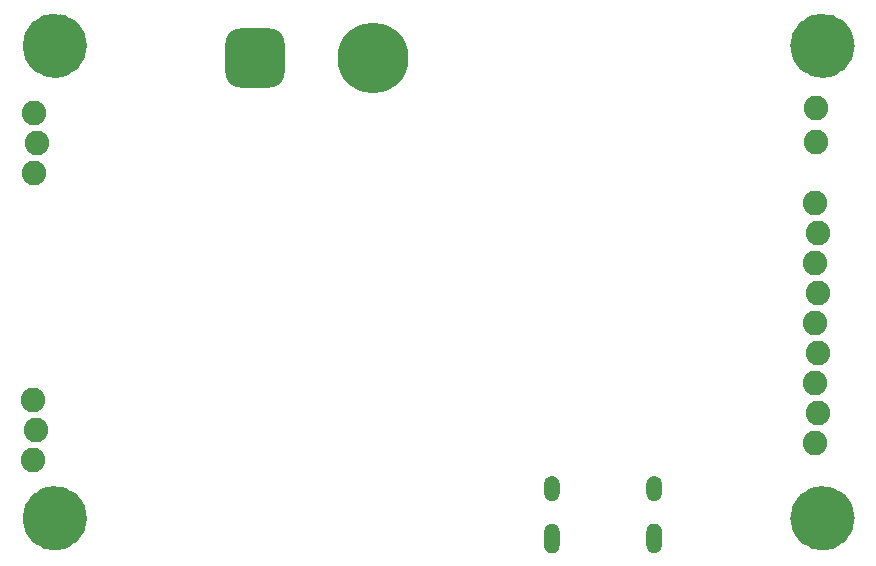
<source format=gbr>
%TF.GenerationSoftware,KiCad,Pcbnew,7.0.2*%
%TF.CreationDate,2023-10-03T18:08:59-04:00*%
%TF.ProjectId,mini_motor_go_V1_rev2,6d696e69-5f6d-46f7-946f-725f676f5f56,rev?*%
%TF.SameCoordinates,Original*%
%TF.FileFunction,Soldermask,Bot*%
%TF.FilePolarity,Negative*%
%FSLAX46Y46*%
G04 Gerber Fmt 4.6, Leading zero omitted, Abs format (unit mm)*
G04 Created by KiCad (PCBNEW 7.0.2) date 2023-10-03 18:08:59*
%MOMM*%
%LPD*%
G01*
G04 APERTURE LIST*
G04 Aperture macros list*
%AMRoundRect*
0 Rectangle with rounded corners*
0 $1 Rounding radius*
0 $2 $3 $4 $5 $6 $7 $8 $9 X,Y pos of 4 corners*
0 Add a 4 corners polygon primitive as box body*
4,1,4,$2,$3,$4,$5,$6,$7,$8,$9,$2,$3,0*
0 Add four circle primitives for the rounded corners*
1,1,$1+$1,$2,$3*
1,1,$1+$1,$4,$5*
1,1,$1+$1,$6,$7*
1,1,$1+$1,$8,$9*
0 Add four rect primitives between the rounded corners*
20,1,$1+$1,$2,$3,$4,$5,0*
20,1,$1+$1,$4,$5,$6,$7,0*
20,1,$1+$1,$6,$7,$8,$9,0*
20,1,$1+$1,$8,$9,$2,$3,0*%
G04 Aperture macros list end*
%ADD10C,2.750000*%
%ADD11C,0.010000*%
%ADD12C,2.082800*%
%ADD13RoundRect,1.250000X1.250000X1.250000X-1.250000X1.250000X-1.250000X-1.250000X1.250000X-1.250000X0*%
%ADD14C,6.000000*%
G04 APERTURE END LIST*
D10*
X119375000Y-53000000D02*
G75*
G03*
X119375000Y-53000000I-1375000J0D01*
G01*
X184375000Y-53000000D02*
G75*
G03*
X184375000Y-53000000I-1375000J0D01*
G01*
X119375000Y-93000000D02*
G75*
G03*
X119375000Y-93000000I-1375000J0D01*
G01*
X184375000Y-93000000D02*
G75*
G03*
X184375000Y-93000000I-1375000J0D01*
G01*
%TO.C,J11*%
D11*
X160084600Y-89451700D02*
X160116600Y-89453700D01*
X160147600Y-89457700D01*
X160178600Y-89463700D01*
X160208600Y-89470700D01*
X160238600Y-89479700D01*
X160268600Y-89490700D01*
X160297600Y-89502700D01*
X160325600Y-89515700D01*
X160353600Y-89530700D01*
X160380600Y-89547700D01*
X160406600Y-89565700D01*
X160431600Y-89584700D01*
X160454600Y-89604700D01*
X160477600Y-89626700D01*
X160499600Y-89649700D01*
X160519600Y-89672700D01*
X160538600Y-89697700D01*
X160556600Y-89723700D01*
X160573600Y-89750700D01*
X160588600Y-89778700D01*
X160601600Y-89806700D01*
X160613600Y-89835700D01*
X160624600Y-89865700D01*
X160633600Y-89895700D01*
X160640600Y-89925700D01*
X160646600Y-89956700D01*
X160650600Y-89987700D01*
X160652600Y-90019700D01*
X160653600Y-90050700D01*
X160653600Y-90850700D01*
X160652600Y-90881700D01*
X160650600Y-90913700D01*
X160646600Y-90944700D01*
X160640600Y-90975700D01*
X160633600Y-91005700D01*
X160624600Y-91035700D01*
X160613600Y-91065700D01*
X160601600Y-91094700D01*
X160588600Y-91122700D01*
X160573600Y-91150700D01*
X160556600Y-91177700D01*
X160538600Y-91203700D01*
X160519600Y-91228700D01*
X160499600Y-91251700D01*
X160477600Y-91274700D01*
X160454600Y-91296700D01*
X160431600Y-91316700D01*
X160406600Y-91335700D01*
X160380600Y-91353700D01*
X160353600Y-91370700D01*
X160325600Y-91385700D01*
X160297600Y-91398700D01*
X160268600Y-91410700D01*
X160238600Y-91421700D01*
X160208600Y-91430700D01*
X160178600Y-91437700D01*
X160147600Y-91443700D01*
X160116600Y-91447700D01*
X160084600Y-91449700D01*
X160053600Y-91450700D01*
X160022600Y-91449700D01*
X159990600Y-91447700D01*
X159959600Y-91443700D01*
X159928600Y-91437700D01*
X159898600Y-91430700D01*
X159868600Y-91421700D01*
X159838600Y-91410700D01*
X159809600Y-91398700D01*
X159781600Y-91385700D01*
X159753600Y-91370700D01*
X159726600Y-91353700D01*
X159700600Y-91335700D01*
X159675600Y-91316700D01*
X159652600Y-91296700D01*
X159629600Y-91274700D01*
X159607600Y-91251700D01*
X159587600Y-91228700D01*
X159568600Y-91203700D01*
X159550600Y-91177700D01*
X159533600Y-91150700D01*
X159518600Y-91122700D01*
X159505600Y-91094700D01*
X159493600Y-91065700D01*
X159482600Y-91035700D01*
X159473600Y-91005700D01*
X159466600Y-90975700D01*
X159460600Y-90944700D01*
X159456600Y-90913700D01*
X159454600Y-90881700D01*
X159453600Y-90850700D01*
X159453600Y-90050700D01*
X159454600Y-90019700D01*
X159456600Y-89987700D01*
X159460600Y-89956700D01*
X159466600Y-89925700D01*
X159473600Y-89895700D01*
X159482600Y-89865700D01*
X159493600Y-89835700D01*
X159505600Y-89806700D01*
X159518600Y-89778700D01*
X159533600Y-89750700D01*
X159550600Y-89723700D01*
X159568600Y-89697700D01*
X159587600Y-89672700D01*
X159607600Y-89649700D01*
X159629600Y-89626700D01*
X159652600Y-89604700D01*
X159675600Y-89584700D01*
X159700600Y-89565700D01*
X159726600Y-89547700D01*
X159753600Y-89530700D01*
X159781600Y-89515700D01*
X159809600Y-89502700D01*
X159838600Y-89490700D01*
X159868600Y-89479700D01*
X159898600Y-89470700D01*
X159928600Y-89463700D01*
X159959600Y-89457700D01*
X159990600Y-89453700D01*
X160022600Y-89451700D01*
X160053600Y-89450700D01*
X160084600Y-89451700D01*
G36*
X160084600Y-89451700D02*
G01*
X160116600Y-89453700D01*
X160147600Y-89457700D01*
X160178600Y-89463700D01*
X160208600Y-89470700D01*
X160238600Y-89479700D01*
X160268600Y-89490700D01*
X160297600Y-89502700D01*
X160325600Y-89515700D01*
X160353600Y-89530700D01*
X160380600Y-89547700D01*
X160406600Y-89565700D01*
X160431600Y-89584700D01*
X160454600Y-89604700D01*
X160477600Y-89626700D01*
X160499600Y-89649700D01*
X160519600Y-89672700D01*
X160538600Y-89697700D01*
X160556600Y-89723700D01*
X160573600Y-89750700D01*
X160588600Y-89778700D01*
X160601600Y-89806700D01*
X160613600Y-89835700D01*
X160624600Y-89865700D01*
X160633600Y-89895700D01*
X160640600Y-89925700D01*
X160646600Y-89956700D01*
X160650600Y-89987700D01*
X160652600Y-90019700D01*
X160653600Y-90050700D01*
X160653600Y-90850700D01*
X160652600Y-90881700D01*
X160650600Y-90913700D01*
X160646600Y-90944700D01*
X160640600Y-90975700D01*
X160633600Y-91005700D01*
X160624600Y-91035700D01*
X160613600Y-91065700D01*
X160601600Y-91094700D01*
X160588600Y-91122700D01*
X160573600Y-91150700D01*
X160556600Y-91177700D01*
X160538600Y-91203700D01*
X160519600Y-91228700D01*
X160499600Y-91251700D01*
X160477600Y-91274700D01*
X160454600Y-91296700D01*
X160431600Y-91316700D01*
X160406600Y-91335700D01*
X160380600Y-91353700D01*
X160353600Y-91370700D01*
X160325600Y-91385700D01*
X160297600Y-91398700D01*
X160268600Y-91410700D01*
X160238600Y-91421700D01*
X160208600Y-91430700D01*
X160178600Y-91437700D01*
X160147600Y-91443700D01*
X160116600Y-91447700D01*
X160084600Y-91449700D01*
X160053600Y-91450700D01*
X160022600Y-91449700D01*
X159990600Y-91447700D01*
X159959600Y-91443700D01*
X159928600Y-91437700D01*
X159898600Y-91430700D01*
X159868600Y-91421700D01*
X159838600Y-91410700D01*
X159809600Y-91398700D01*
X159781600Y-91385700D01*
X159753600Y-91370700D01*
X159726600Y-91353700D01*
X159700600Y-91335700D01*
X159675600Y-91316700D01*
X159652600Y-91296700D01*
X159629600Y-91274700D01*
X159607600Y-91251700D01*
X159587600Y-91228700D01*
X159568600Y-91203700D01*
X159550600Y-91177700D01*
X159533600Y-91150700D01*
X159518600Y-91122700D01*
X159505600Y-91094700D01*
X159493600Y-91065700D01*
X159482600Y-91035700D01*
X159473600Y-91005700D01*
X159466600Y-90975700D01*
X159460600Y-90944700D01*
X159456600Y-90913700D01*
X159454600Y-90881700D01*
X159453600Y-90850700D01*
X159453600Y-90050700D01*
X159454600Y-90019700D01*
X159456600Y-89987700D01*
X159460600Y-89956700D01*
X159466600Y-89925700D01*
X159473600Y-89895700D01*
X159482600Y-89865700D01*
X159493600Y-89835700D01*
X159505600Y-89806700D01*
X159518600Y-89778700D01*
X159533600Y-89750700D01*
X159550600Y-89723700D01*
X159568600Y-89697700D01*
X159587600Y-89672700D01*
X159607600Y-89649700D01*
X159629600Y-89626700D01*
X159652600Y-89604700D01*
X159675600Y-89584700D01*
X159700600Y-89565700D01*
X159726600Y-89547700D01*
X159753600Y-89530700D01*
X159781600Y-89515700D01*
X159809600Y-89502700D01*
X159838600Y-89490700D01*
X159868600Y-89479700D01*
X159898600Y-89470700D01*
X159928600Y-89463700D01*
X159959600Y-89457700D01*
X159990600Y-89453700D01*
X160022600Y-89451700D01*
X160053600Y-89450700D01*
X160084600Y-89451700D01*
G37*
X160084600Y-93501700D02*
X160116600Y-93503700D01*
X160147600Y-93507700D01*
X160178600Y-93513700D01*
X160208600Y-93520700D01*
X160238600Y-93529700D01*
X160268600Y-93540700D01*
X160297600Y-93552700D01*
X160325600Y-93565700D01*
X160353600Y-93580700D01*
X160380600Y-93597700D01*
X160406600Y-93615700D01*
X160431600Y-93634700D01*
X160454600Y-93654700D01*
X160477600Y-93676700D01*
X160499600Y-93699700D01*
X160519600Y-93722700D01*
X160538600Y-93747700D01*
X160556600Y-93773700D01*
X160573600Y-93800700D01*
X160588600Y-93828700D01*
X160601600Y-93856700D01*
X160613600Y-93885700D01*
X160624600Y-93915700D01*
X160633600Y-93945700D01*
X160640600Y-93975700D01*
X160646600Y-94006700D01*
X160650600Y-94037700D01*
X160652600Y-94069700D01*
X160653600Y-94100700D01*
X160653600Y-95300700D01*
X160652600Y-95331700D01*
X160650600Y-95363700D01*
X160646600Y-95394700D01*
X160640600Y-95425700D01*
X160633600Y-95455700D01*
X160624600Y-95485700D01*
X160613600Y-95515700D01*
X160601600Y-95544700D01*
X160588600Y-95572700D01*
X160573600Y-95600700D01*
X160556600Y-95627700D01*
X160538600Y-95653700D01*
X160519600Y-95678700D01*
X160499600Y-95701700D01*
X160477600Y-95724700D01*
X160454600Y-95746700D01*
X160431600Y-95766700D01*
X160406600Y-95785700D01*
X160380600Y-95803700D01*
X160353600Y-95820700D01*
X160325600Y-95835700D01*
X160297600Y-95848700D01*
X160268600Y-95860700D01*
X160238600Y-95871700D01*
X160208600Y-95880700D01*
X160178600Y-95887700D01*
X160147600Y-95893700D01*
X160116600Y-95897700D01*
X160084600Y-95899700D01*
X160053600Y-95900700D01*
X160022600Y-95899700D01*
X159990600Y-95897700D01*
X159959600Y-95893700D01*
X159928600Y-95887700D01*
X159898600Y-95880700D01*
X159868600Y-95871700D01*
X159838600Y-95860700D01*
X159809600Y-95848700D01*
X159781600Y-95835700D01*
X159753600Y-95820700D01*
X159726600Y-95803700D01*
X159700600Y-95785700D01*
X159675600Y-95766700D01*
X159652600Y-95746700D01*
X159629600Y-95724700D01*
X159607600Y-95701700D01*
X159587600Y-95678700D01*
X159568600Y-95653700D01*
X159550600Y-95627700D01*
X159533600Y-95600700D01*
X159518600Y-95572700D01*
X159505600Y-95544700D01*
X159493600Y-95515700D01*
X159482600Y-95485700D01*
X159473600Y-95455700D01*
X159466600Y-95425700D01*
X159460600Y-95394700D01*
X159456600Y-95363700D01*
X159454600Y-95331700D01*
X159453600Y-95300700D01*
X159453600Y-94100700D01*
X159454600Y-94069700D01*
X159456600Y-94037700D01*
X159460600Y-94006700D01*
X159466600Y-93975700D01*
X159473600Y-93945700D01*
X159482600Y-93915700D01*
X159493600Y-93885700D01*
X159505600Y-93856700D01*
X159518600Y-93828700D01*
X159533600Y-93800700D01*
X159550600Y-93773700D01*
X159568600Y-93747700D01*
X159587600Y-93722700D01*
X159607600Y-93699700D01*
X159629600Y-93676700D01*
X159652600Y-93654700D01*
X159675600Y-93634700D01*
X159700600Y-93615700D01*
X159726600Y-93597700D01*
X159753600Y-93580700D01*
X159781600Y-93565700D01*
X159809600Y-93552700D01*
X159838600Y-93540700D01*
X159868600Y-93529700D01*
X159898600Y-93520700D01*
X159928600Y-93513700D01*
X159959600Y-93507700D01*
X159990600Y-93503700D01*
X160022600Y-93501700D01*
X160053600Y-93500700D01*
X160084600Y-93501700D01*
G36*
X160084600Y-93501700D02*
G01*
X160116600Y-93503700D01*
X160147600Y-93507700D01*
X160178600Y-93513700D01*
X160208600Y-93520700D01*
X160238600Y-93529700D01*
X160268600Y-93540700D01*
X160297600Y-93552700D01*
X160325600Y-93565700D01*
X160353600Y-93580700D01*
X160380600Y-93597700D01*
X160406600Y-93615700D01*
X160431600Y-93634700D01*
X160454600Y-93654700D01*
X160477600Y-93676700D01*
X160499600Y-93699700D01*
X160519600Y-93722700D01*
X160538600Y-93747700D01*
X160556600Y-93773700D01*
X160573600Y-93800700D01*
X160588600Y-93828700D01*
X160601600Y-93856700D01*
X160613600Y-93885700D01*
X160624600Y-93915700D01*
X160633600Y-93945700D01*
X160640600Y-93975700D01*
X160646600Y-94006700D01*
X160650600Y-94037700D01*
X160652600Y-94069700D01*
X160653600Y-94100700D01*
X160653600Y-95300700D01*
X160652600Y-95331700D01*
X160650600Y-95363700D01*
X160646600Y-95394700D01*
X160640600Y-95425700D01*
X160633600Y-95455700D01*
X160624600Y-95485700D01*
X160613600Y-95515700D01*
X160601600Y-95544700D01*
X160588600Y-95572700D01*
X160573600Y-95600700D01*
X160556600Y-95627700D01*
X160538600Y-95653700D01*
X160519600Y-95678700D01*
X160499600Y-95701700D01*
X160477600Y-95724700D01*
X160454600Y-95746700D01*
X160431600Y-95766700D01*
X160406600Y-95785700D01*
X160380600Y-95803700D01*
X160353600Y-95820700D01*
X160325600Y-95835700D01*
X160297600Y-95848700D01*
X160268600Y-95860700D01*
X160238600Y-95871700D01*
X160208600Y-95880700D01*
X160178600Y-95887700D01*
X160147600Y-95893700D01*
X160116600Y-95897700D01*
X160084600Y-95899700D01*
X160053600Y-95900700D01*
X160022600Y-95899700D01*
X159990600Y-95897700D01*
X159959600Y-95893700D01*
X159928600Y-95887700D01*
X159898600Y-95880700D01*
X159868600Y-95871700D01*
X159838600Y-95860700D01*
X159809600Y-95848700D01*
X159781600Y-95835700D01*
X159753600Y-95820700D01*
X159726600Y-95803700D01*
X159700600Y-95785700D01*
X159675600Y-95766700D01*
X159652600Y-95746700D01*
X159629600Y-95724700D01*
X159607600Y-95701700D01*
X159587600Y-95678700D01*
X159568600Y-95653700D01*
X159550600Y-95627700D01*
X159533600Y-95600700D01*
X159518600Y-95572700D01*
X159505600Y-95544700D01*
X159493600Y-95515700D01*
X159482600Y-95485700D01*
X159473600Y-95455700D01*
X159466600Y-95425700D01*
X159460600Y-95394700D01*
X159456600Y-95363700D01*
X159454600Y-95331700D01*
X159453600Y-95300700D01*
X159453600Y-94100700D01*
X159454600Y-94069700D01*
X159456600Y-94037700D01*
X159460600Y-94006700D01*
X159466600Y-93975700D01*
X159473600Y-93945700D01*
X159482600Y-93915700D01*
X159493600Y-93885700D01*
X159505600Y-93856700D01*
X159518600Y-93828700D01*
X159533600Y-93800700D01*
X159550600Y-93773700D01*
X159568600Y-93747700D01*
X159587600Y-93722700D01*
X159607600Y-93699700D01*
X159629600Y-93676700D01*
X159652600Y-93654700D01*
X159675600Y-93634700D01*
X159700600Y-93615700D01*
X159726600Y-93597700D01*
X159753600Y-93580700D01*
X159781600Y-93565700D01*
X159809600Y-93552700D01*
X159838600Y-93540700D01*
X159868600Y-93529700D01*
X159898600Y-93520700D01*
X159928600Y-93513700D01*
X159959600Y-93507700D01*
X159990600Y-93503700D01*
X160022600Y-93501700D01*
X160053600Y-93500700D01*
X160084600Y-93501700D01*
G37*
X168734600Y-89451700D02*
X168766600Y-89453700D01*
X168797600Y-89457700D01*
X168828600Y-89463700D01*
X168858600Y-89470700D01*
X168888600Y-89479700D01*
X168918600Y-89490700D01*
X168947600Y-89502700D01*
X168975600Y-89515700D01*
X169003600Y-89530700D01*
X169030600Y-89547700D01*
X169056600Y-89565700D01*
X169081600Y-89584700D01*
X169104600Y-89604700D01*
X169127600Y-89626700D01*
X169149600Y-89649700D01*
X169169600Y-89672700D01*
X169188600Y-89697700D01*
X169206600Y-89723700D01*
X169223600Y-89750700D01*
X169238600Y-89778700D01*
X169251600Y-89806700D01*
X169263600Y-89835700D01*
X169274600Y-89865700D01*
X169283600Y-89895700D01*
X169290600Y-89925700D01*
X169296600Y-89956700D01*
X169300600Y-89987700D01*
X169302600Y-90019700D01*
X169303600Y-90050700D01*
X169303600Y-90850700D01*
X169302600Y-90881700D01*
X169300600Y-90913700D01*
X169296600Y-90944700D01*
X169290600Y-90975700D01*
X169283600Y-91005700D01*
X169274600Y-91035700D01*
X169263600Y-91065700D01*
X169251600Y-91094700D01*
X169238600Y-91122700D01*
X169223600Y-91150700D01*
X169206600Y-91177700D01*
X169188600Y-91203700D01*
X169169600Y-91228700D01*
X169149600Y-91251700D01*
X169127600Y-91274700D01*
X169104600Y-91296700D01*
X169081600Y-91316700D01*
X169056600Y-91335700D01*
X169030600Y-91353700D01*
X169003600Y-91370700D01*
X168975600Y-91385700D01*
X168947600Y-91398700D01*
X168918600Y-91410700D01*
X168888600Y-91421700D01*
X168858600Y-91430700D01*
X168828600Y-91437700D01*
X168797600Y-91443700D01*
X168766600Y-91447700D01*
X168734600Y-91449700D01*
X168703600Y-91450700D01*
X168672600Y-91449700D01*
X168640600Y-91447700D01*
X168609600Y-91443700D01*
X168578600Y-91437700D01*
X168548600Y-91430700D01*
X168518600Y-91421700D01*
X168488600Y-91410700D01*
X168459600Y-91398700D01*
X168431600Y-91385700D01*
X168403600Y-91370700D01*
X168376600Y-91353700D01*
X168350600Y-91335700D01*
X168325600Y-91316700D01*
X168302600Y-91296700D01*
X168279600Y-91274700D01*
X168257600Y-91251700D01*
X168237600Y-91228700D01*
X168218600Y-91203700D01*
X168200600Y-91177700D01*
X168183600Y-91150700D01*
X168168600Y-91122700D01*
X168155600Y-91094700D01*
X168143600Y-91065700D01*
X168132600Y-91035700D01*
X168123600Y-91005700D01*
X168116600Y-90975700D01*
X168110600Y-90944700D01*
X168106600Y-90913700D01*
X168104600Y-90881700D01*
X168103600Y-90850700D01*
X168103600Y-90050700D01*
X168104600Y-90019700D01*
X168106600Y-89987700D01*
X168110600Y-89956700D01*
X168116600Y-89925700D01*
X168123600Y-89895700D01*
X168132600Y-89865700D01*
X168143600Y-89835700D01*
X168155600Y-89806700D01*
X168168600Y-89778700D01*
X168183600Y-89750700D01*
X168200600Y-89723700D01*
X168218600Y-89697700D01*
X168237600Y-89672700D01*
X168257600Y-89649700D01*
X168279600Y-89626700D01*
X168302600Y-89604700D01*
X168325600Y-89584700D01*
X168350600Y-89565700D01*
X168376600Y-89547700D01*
X168403600Y-89530700D01*
X168431600Y-89515700D01*
X168459600Y-89502700D01*
X168488600Y-89490700D01*
X168518600Y-89479700D01*
X168548600Y-89470700D01*
X168578600Y-89463700D01*
X168609600Y-89457700D01*
X168640600Y-89453700D01*
X168672600Y-89451700D01*
X168703600Y-89450700D01*
X168734600Y-89451700D01*
G36*
X168734600Y-89451700D02*
G01*
X168766600Y-89453700D01*
X168797600Y-89457700D01*
X168828600Y-89463700D01*
X168858600Y-89470700D01*
X168888600Y-89479700D01*
X168918600Y-89490700D01*
X168947600Y-89502700D01*
X168975600Y-89515700D01*
X169003600Y-89530700D01*
X169030600Y-89547700D01*
X169056600Y-89565700D01*
X169081600Y-89584700D01*
X169104600Y-89604700D01*
X169127600Y-89626700D01*
X169149600Y-89649700D01*
X169169600Y-89672700D01*
X169188600Y-89697700D01*
X169206600Y-89723700D01*
X169223600Y-89750700D01*
X169238600Y-89778700D01*
X169251600Y-89806700D01*
X169263600Y-89835700D01*
X169274600Y-89865700D01*
X169283600Y-89895700D01*
X169290600Y-89925700D01*
X169296600Y-89956700D01*
X169300600Y-89987700D01*
X169302600Y-90019700D01*
X169303600Y-90050700D01*
X169303600Y-90850700D01*
X169302600Y-90881700D01*
X169300600Y-90913700D01*
X169296600Y-90944700D01*
X169290600Y-90975700D01*
X169283600Y-91005700D01*
X169274600Y-91035700D01*
X169263600Y-91065700D01*
X169251600Y-91094700D01*
X169238600Y-91122700D01*
X169223600Y-91150700D01*
X169206600Y-91177700D01*
X169188600Y-91203700D01*
X169169600Y-91228700D01*
X169149600Y-91251700D01*
X169127600Y-91274700D01*
X169104600Y-91296700D01*
X169081600Y-91316700D01*
X169056600Y-91335700D01*
X169030600Y-91353700D01*
X169003600Y-91370700D01*
X168975600Y-91385700D01*
X168947600Y-91398700D01*
X168918600Y-91410700D01*
X168888600Y-91421700D01*
X168858600Y-91430700D01*
X168828600Y-91437700D01*
X168797600Y-91443700D01*
X168766600Y-91447700D01*
X168734600Y-91449700D01*
X168703600Y-91450700D01*
X168672600Y-91449700D01*
X168640600Y-91447700D01*
X168609600Y-91443700D01*
X168578600Y-91437700D01*
X168548600Y-91430700D01*
X168518600Y-91421700D01*
X168488600Y-91410700D01*
X168459600Y-91398700D01*
X168431600Y-91385700D01*
X168403600Y-91370700D01*
X168376600Y-91353700D01*
X168350600Y-91335700D01*
X168325600Y-91316700D01*
X168302600Y-91296700D01*
X168279600Y-91274700D01*
X168257600Y-91251700D01*
X168237600Y-91228700D01*
X168218600Y-91203700D01*
X168200600Y-91177700D01*
X168183600Y-91150700D01*
X168168600Y-91122700D01*
X168155600Y-91094700D01*
X168143600Y-91065700D01*
X168132600Y-91035700D01*
X168123600Y-91005700D01*
X168116600Y-90975700D01*
X168110600Y-90944700D01*
X168106600Y-90913700D01*
X168104600Y-90881700D01*
X168103600Y-90850700D01*
X168103600Y-90050700D01*
X168104600Y-90019700D01*
X168106600Y-89987700D01*
X168110600Y-89956700D01*
X168116600Y-89925700D01*
X168123600Y-89895700D01*
X168132600Y-89865700D01*
X168143600Y-89835700D01*
X168155600Y-89806700D01*
X168168600Y-89778700D01*
X168183600Y-89750700D01*
X168200600Y-89723700D01*
X168218600Y-89697700D01*
X168237600Y-89672700D01*
X168257600Y-89649700D01*
X168279600Y-89626700D01*
X168302600Y-89604700D01*
X168325600Y-89584700D01*
X168350600Y-89565700D01*
X168376600Y-89547700D01*
X168403600Y-89530700D01*
X168431600Y-89515700D01*
X168459600Y-89502700D01*
X168488600Y-89490700D01*
X168518600Y-89479700D01*
X168548600Y-89470700D01*
X168578600Y-89463700D01*
X168609600Y-89457700D01*
X168640600Y-89453700D01*
X168672600Y-89451700D01*
X168703600Y-89450700D01*
X168734600Y-89451700D01*
G37*
X168734600Y-93451700D02*
X168766600Y-93453700D01*
X168797600Y-93457700D01*
X168828600Y-93463700D01*
X168858600Y-93470700D01*
X168888600Y-93479700D01*
X168918600Y-93490700D01*
X168947600Y-93502700D01*
X168975600Y-93515700D01*
X169003600Y-93530700D01*
X169030600Y-93547700D01*
X169056600Y-93565700D01*
X169081600Y-93584700D01*
X169104600Y-93604700D01*
X169127600Y-93626700D01*
X169149600Y-93649700D01*
X169169600Y-93672700D01*
X169188600Y-93697700D01*
X169206600Y-93723700D01*
X169223600Y-93750700D01*
X169238600Y-93778700D01*
X169251600Y-93806700D01*
X169263600Y-93835700D01*
X169274600Y-93865700D01*
X169283600Y-93895700D01*
X169290600Y-93925700D01*
X169296600Y-93956700D01*
X169300600Y-93987700D01*
X169302600Y-94019700D01*
X169303600Y-94050700D01*
X169303600Y-95250700D01*
X169302600Y-95281700D01*
X169300600Y-95313700D01*
X169296600Y-95344700D01*
X169290600Y-95375700D01*
X169283600Y-95405700D01*
X169274600Y-95435700D01*
X169263600Y-95465700D01*
X169251600Y-95494700D01*
X169238600Y-95522700D01*
X169223600Y-95550700D01*
X169206600Y-95577700D01*
X169188600Y-95603700D01*
X169169600Y-95628700D01*
X169149600Y-95651700D01*
X169127600Y-95674700D01*
X169104600Y-95696700D01*
X169081600Y-95716700D01*
X169056600Y-95735700D01*
X169030600Y-95753700D01*
X169003600Y-95770700D01*
X168975600Y-95785700D01*
X168947600Y-95798700D01*
X168918600Y-95810700D01*
X168888600Y-95821700D01*
X168858600Y-95830700D01*
X168828600Y-95837700D01*
X168797600Y-95843700D01*
X168766600Y-95847700D01*
X168734600Y-95849700D01*
X168703600Y-95850700D01*
X168672600Y-95849700D01*
X168640600Y-95847700D01*
X168609600Y-95843700D01*
X168578600Y-95837700D01*
X168548600Y-95830700D01*
X168518600Y-95821700D01*
X168488600Y-95810700D01*
X168459600Y-95798700D01*
X168431600Y-95785700D01*
X168403600Y-95770700D01*
X168376600Y-95753700D01*
X168350600Y-95735700D01*
X168325600Y-95716700D01*
X168302600Y-95696700D01*
X168279600Y-95674700D01*
X168257600Y-95651700D01*
X168237600Y-95628700D01*
X168218600Y-95603700D01*
X168200600Y-95577700D01*
X168183600Y-95550700D01*
X168168600Y-95522700D01*
X168155600Y-95494700D01*
X168143600Y-95465700D01*
X168132600Y-95435700D01*
X168123600Y-95405700D01*
X168116600Y-95375700D01*
X168110600Y-95344700D01*
X168106600Y-95313700D01*
X168104600Y-95281700D01*
X168103600Y-95250700D01*
X168103600Y-94050700D01*
X168104600Y-94019700D01*
X168106600Y-93987700D01*
X168110600Y-93956700D01*
X168116600Y-93925700D01*
X168123600Y-93895700D01*
X168132600Y-93865700D01*
X168143600Y-93835700D01*
X168155600Y-93806700D01*
X168168600Y-93778700D01*
X168183600Y-93750700D01*
X168200600Y-93723700D01*
X168218600Y-93697700D01*
X168237600Y-93672700D01*
X168257600Y-93649700D01*
X168279600Y-93626700D01*
X168302600Y-93604700D01*
X168325600Y-93584700D01*
X168350600Y-93565700D01*
X168376600Y-93547700D01*
X168403600Y-93530700D01*
X168431600Y-93515700D01*
X168459600Y-93502700D01*
X168488600Y-93490700D01*
X168518600Y-93479700D01*
X168548600Y-93470700D01*
X168578600Y-93463700D01*
X168609600Y-93457700D01*
X168640600Y-93453700D01*
X168672600Y-93451700D01*
X168703600Y-93450700D01*
X168734600Y-93451700D01*
G36*
X168734600Y-93451700D02*
G01*
X168766600Y-93453700D01*
X168797600Y-93457700D01*
X168828600Y-93463700D01*
X168858600Y-93470700D01*
X168888600Y-93479700D01*
X168918600Y-93490700D01*
X168947600Y-93502700D01*
X168975600Y-93515700D01*
X169003600Y-93530700D01*
X169030600Y-93547700D01*
X169056600Y-93565700D01*
X169081600Y-93584700D01*
X169104600Y-93604700D01*
X169127600Y-93626700D01*
X169149600Y-93649700D01*
X169169600Y-93672700D01*
X169188600Y-93697700D01*
X169206600Y-93723700D01*
X169223600Y-93750700D01*
X169238600Y-93778700D01*
X169251600Y-93806700D01*
X169263600Y-93835700D01*
X169274600Y-93865700D01*
X169283600Y-93895700D01*
X169290600Y-93925700D01*
X169296600Y-93956700D01*
X169300600Y-93987700D01*
X169302600Y-94019700D01*
X169303600Y-94050700D01*
X169303600Y-95250700D01*
X169302600Y-95281700D01*
X169300600Y-95313700D01*
X169296600Y-95344700D01*
X169290600Y-95375700D01*
X169283600Y-95405700D01*
X169274600Y-95435700D01*
X169263600Y-95465700D01*
X169251600Y-95494700D01*
X169238600Y-95522700D01*
X169223600Y-95550700D01*
X169206600Y-95577700D01*
X169188600Y-95603700D01*
X169169600Y-95628700D01*
X169149600Y-95651700D01*
X169127600Y-95674700D01*
X169104600Y-95696700D01*
X169081600Y-95716700D01*
X169056600Y-95735700D01*
X169030600Y-95753700D01*
X169003600Y-95770700D01*
X168975600Y-95785700D01*
X168947600Y-95798700D01*
X168918600Y-95810700D01*
X168888600Y-95821700D01*
X168858600Y-95830700D01*
X168828600Y-95837700D01*
X168797600Y-95843700D01*
X168766600Y-95847700D01*
X168734600Y-95849700D01*
X168703600Y-95850700D01*
X168672600Y-95849700D01*
X168640600Y-95847700D01*
X168609600Y-95843700D01*
X168578600Y-95837700D01*
X168548600Y-95830700D01*
X168518600Y-95821700D01*
X168488600Y-95810700D01*
X168459600Y-95798700D01*
X168431600Y-95785700D01*
X168403600Y-95770700D01*
X168376600Y-95753700D01*
X168350600Y-95735700D01*
X168325600Y-95716700D01*
X168302600Y-95696700D01*
X168279600Y-95674700D01*
X168257600Y-95651700D01*
X168237600Y-95628700D01*
X168218600Y-95603700D01*
X168200600Y-95577700D01*
X168183600Y-95550700D01*
X168168600Y-95522700D01*
X168155600Y-95494700D01*
X168143600Y-95465700D01*
X168132600Y-95435700D01*
X168123600Y-95405700D01*
X168116600Y-95375700D01*
X168110600Y-95344700D01*
X168106600Y-95313700D01*
X168104600Y-95281700D01*
X168103600Y-95250700D01*
X168103600Y-94050700D01*
X168104600Y-94019700D01*
X168106600Y-93987700D01*
X168110600Y-93956700D01*
X168116600Y-93925700D01*
X168123600Y-93895700D01*
X168132600Y-93865700D01*
X168143600Y-93835700D01*
X168155600Y-93806700D01*
X168168600Y-93778700D01*
X168183600Y-93750700D01*
X168200600Y-93723700D01*
X168218600Y-93697700D01*
X168237600Y-93672700D01*
X168257600Y-93649700D01*
X168279600Y-93626700D01*
X168302600Y-93604700D01*
X168325600Y-93584700D01*
X168350600Y-93565700D01*
X168376600Y-93547700D01*
X168403600Y-93530700D01*
X168431600Y-93515700D01*
X168459600Y-93502700D01*
X168488600Y-93490700D01*
X168518600Y-93479700D01*
X168548600Y-93470700D01*
X168578600Y-93463700D01*
X168609600Y-93457700D01*
X168640600Y-93453700D01*
X168672600Y-93451700D01*
X168703600Y-93450700D01*
X168734600Y-93451700D01*
G37*
%TD*%
D12*
%TO.C,J2*%
X116174213Y-88112054D03*
X116428213Y-85572054D03*
X116174213Y-83032054D03*
%TD*%
%TO.C,J10*%
X182475000Y-61157800D03*
X182475000Y-58262200D03*
%TD*%
%TO.C,J1*%
X116257000Y-63754000D03*
X116511000Y-61214000D03*
X116257000Y-58674000D03*
%TD*%
%TO.C,J9*%
X182344000Y-86610000D03*
X182598000Y-84070000D03*
X182344000Y-81530000D03*
X182598000Y-78990000D03*
X182344000Y-76450000D03*
X182598000Y-73910000D03*
X182344000Y-71370000D03*
X182598000Y-68830000D03*
X182344000Y-66290000D03*
%TD*%
D13*
%TO.C,J8*%
X134924420Y-54075621D03*
D14*
X144924420Y-54075621D03*
%TD*%
M02*

</source>
